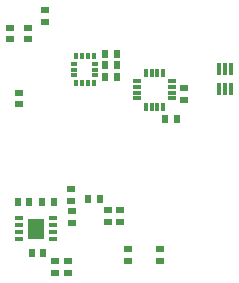
<source format=gbp>
G04*
G04 #@! TF.GenerationSoftware,Altium Limited,Altium Designer,22.10.1 (41)*
G04*
G04 Layer_Color=128*
%FSLAX44Y44*%
%MOMM*%
G71*
G04*
G04 #@! TF.SameCoordinates,35C75811-A236-4261-A3B1-3B9E0A362E8F*
G04*
G04*
G04 #@! TF.FilePolarity,Positive*
G04*
G01*
G75*
%ADD20R,0.6000X0.7000*%
%ADD23R,0.3000X0.9900*%
%ADD25R,0.7000X0.6000*%
%ADD75R,0.7500X0.3000*%
%ADD76R,1.4500X1.7500*%
%ADD77R,0.3000X0.8000*%
%ADD78R,0.8000X0.3000*%
%ADD79R,0.6000X0.3000*%
%ADD80R,0.3000X0.6000*%
D20*
X744000Y655000D02*
D03*
X754000D02*
D03*
X818500Y760500D02*
D03*
X828500D02*
D03*
X818500Y780500D02*
D03*
X828500D02*
D03*
X818500Y770500D02*
D03*
X828500D02*
D03*
X869000Y725000D02*
D03*
X879000D02*
D03*
X766000Y612000D02*
D03*
X756000D02*
D03*
X775000Y655000D02*
D03*
X765000D02*
D03*
X804000Y657000D02*
D03*
X814000D02*
D03*
D23*
X925000Y750950D02*
D03*
X920000D02*
D03*
X915000D02*
D03*
Y767050D02*
D03*
X920000D02*
D03*
X925000D02*
D03*
D25*
X767500Y807500D02*
D03*
Y817500D02*
D03*
X752500Y792500D02*
D03*
Y802500D02*
D03*
X737500Y792500D02*
D03*
Y802500D02*
D03*
X745000Y737500D02*
D03*
Y747500D02*
D03*
X821000Y638000D02*
D03*
Y648000D02*
D03*
X776000Y595000D02*
D03*
Y605000D02*
D03*
X787000Y595000D02*
D03*
Y605000D02*
D03*
X885000Y741000D02*
D03*
Y751000D02*
D03*
X790000Y647000D02*
D03*
Y637000D02*
D03*
X789000Y656000D02*
D03*
Y666000D02*
D03*
X831000Y648000D02*
D03*
Y638000D02*
D03*
X865000Y605000D02*
D03*
Y615000D02*
D03*
X837500Y605000D02*
D03*
Y615000D02*
D03*
D75*
X774254Y641000D02*
D03*
Y629350D02*
D03*
Y623500D02*
D03*
X745254D02*
D03*
Y629350D02*
D03*
Y635150D02*
D03*
Y641000D02*
D03*
X774254Y635150D02*
D03*
D76*
X759754Y632250D02*
D03*
D77*
X852500Y735500D02*
D03*
X857500D02*
D03*
X862500D02*
D03*
X867500D02*
D03*
Y764500D02*
D03*
X862500D02*
D03*
X857500D02*
D03*
X852500D02*
D03*
D78*
X874500Y742500D02*
D03*
Y747500D02*
D03*
Y752500D02*
D03*
Y757500D02*
D03*
X845500D02*
D03*
Y752500D02*
D03*
Y747500D02*
D03*
Y742500D02*
D03*
D79*
X792000Y772000D02*
D03*
Y767000D02*
D03*
Y762000D02*
D03*
X810000D02*
D03*
Y767000D02*
D03*
Y772000D02*
D03*
D80*
X793500Y755500D02*
D03*
X798500D02*
D03*
X803500D02*
D03*
X808500D02*
D03*
Y778500D02*
D03*
X803500D02*
D03*
X798500D02*
D03*
X793500D02*
D03*
M02*

</source>
